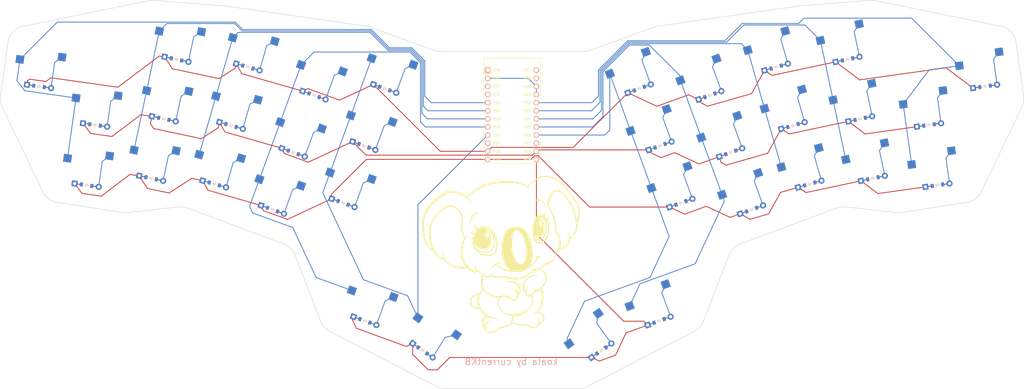
<source format=kicad_pcb>
(kicad_pcb (version 20221018) (generator pcbnew)
  (title_block (title "koala") (rev "v1.0.0") (company "Unknown"))
  (layers (0 "F.Cu" signal) (31 "B.Cu" signal) (34 "B.Paste" user) (35 "F.Paste" user) (36 "B.SilkS" user "B.Silkscreen") (37 "F.SilkS" user "F.Silkscreen") (38 "B.Mask" user) (39 "F.Mask" user) (44 "Edge.Cuts" user))
  (net 0 "")
  (net 1 "P21")
  (net 2 "pinky_bottom")
  (net 3 "pinky_home")
  (net 4 "pinky_top")
  (net 5 "P20")
  (net 6 "ring_bottom")
  (net 7 "ring_home")
  (net 8 "ring_top")
  (net 9 "P19")
  (net 10 "middle_bottom")
  (net 11 "middle_home")
  (net 12 "middle_top")
  (net 13 "P18")
  (net 14 "index_bottom")
  (net 15 "index_home")
  (net 16 "index_top")
  (net 17 "P15")
  (net 18 "inner_bottom")
  (net 19 "inner_home")
  (net 20 "inner_top")
  (net 21 "inner_cluster")
  (net 22 "outer_cluster")
  (net 23 "P2")
  (net 24 "mirror_pinky_bottom")
  (net 25 "mirror_pinky_home")
  (net 26 "mirror_pinky_top")
  (net 27 "P3")
  (net 28 "mirror_ring_bottom")
  (net 29 "mirror_ring_home")
  (net 30 "mirror_ring_top")
  (net 31 "P4")
  (net 32 "mirror_middle_bottom")
  (net 33 "mirror_middle_home")
  (net 34 "mirror_middle_top")
  (net 35 "P5")
  (net 36 "mirror_index_bottom")
  (net 37 "mirror_index_home")
  (net 38 "mirror_index_top")
  (net 39 "P6")
  (net 40 "mirror_inner_bottom")
  (net 41 "mirror_inner_home")
  (net 42 "mirror_inner_top")
  (net 43 "mirror_inner_cluster")
  (net 44 "mirror_outer_cluster")
  (net 45 "P10")
  (net 46 "P8")
  (net 47 "P16")
  (net 48 "P9")
  (net 49 "RAW")
  (net 50 "GND")
  (net 51 "RST")
  (net 52 "VCC")
  (net 53 "P14")
  (net 54 "P1")
  (net 55 "P0")
  (net 56 "P7")
  (footprint "MX" (layer "F.Cu") (at 142.343942 139.78882 -20)
    (fp_text reference "S13" hide)
    (fp_text value "" hide)
  )
  (footprint "ComboDiode" (layer "F.Cu") (at 80.588447 136.785085 -12)
    (fp_text reference "D4" hide)
    (fp_text value "" hide)
  )
  (footprint "ComboDiode" (layer "F.Cu") (at 281.35125 120.247336 16)
    (fp_text reference "D25" hide)
    (fp_text value "" hide)
  )
  (footprint "ComboDiode" (layer "F.Cu") (at 131.566231 110.778062 -20)
    (fp_text reference "D12" hide)
    (fp_text value "" hide)
  )
  (footprint "MX" (layer "F.Cu") (at 61.089385 133.986531 -8)
    (fp_text reference "S1" hide)
    (fp_text value "" hide)
  )
  (footprint "MX" (layer "F.Cu") (at 231.57491 103.986533 20)
    (fp_text reference "S32" hide)
    (fp_text value "" hide)
  )
  (footprint "MX" (layer "F.Cu") (at 149.168767 176.736249 -20)
    (fp_text reference "S16" hide)
    (fp_text value "" hide)
  )
  (footprint "ComboDiode" (layer "F.Cu") (at 239.491159 181.434716 20)
    (fp_text reference "D33" hide)
    (fp_text value "" hide)
  )
  (footprint "MX" (layer "F.Cu") (at 46.20165 103.038377 -8)
    (fp_text reference "S3" hide)
    (fp_text value "" hide)
  )
  (footprint "MX" (layer "F.Cu") (at 89.549437 94.626923 -12)
    (fp_text reference "S6" hide)
    (fp_text value "" hide)
  )
  (footprint "ComboDiode" (layer "F.Cu") (at 239.800494 126.586141 20)
    (fp_text reference "D31" hide)
    (fp_text value "" hide)
  )
  (footprint "MX" (layer "F.Cu") (at 279.973062 115.441021 16)
    (fp_text reference "S25" hide)
    (fp_text value "" hide)
  )
  (footprint "MX" (layer "F.Cu") (at 218.569608 186.610772 35)
    (fp_text reference "S34" hide)
    (fp_text value "" hide)
  )
  (footprint "MX" (layer "F.Cu") (at 253.67349 106.0796 20)
    (fp_text reference "S29" hide)
    (fp_text value "" hide)
  )
  (footprint "ComboDiode" (layer "F.Cu") (at 147.458671 181.434714 -20)
    (fp_text reference "D16" hide)
    (fp_text value "" hide)
  )
  (footprint "MX" (layer "F.Cu") (at 305.321828 131.89435 12)
    (fp_text reference "S21" hide)
    (fp_text value "" hide)
  )
  (footprint "MX" (layer "F.Cu") (at 285.223966 133.753064 16)
    (fp_text reference "S24" hide)
    (fp_text value "" hide)
  )
  (footprint "MX" (layer "F.Cu") (at 274.722176 97.128993 16)
    (fp_text reference "S26" hide)
    (fp_text value "" hide)
  )
  (footprint "MX" (layer "F.Cu") (at 325.860443 133.986529 8)
    (fp_text reference "S18" hide)
    (fp_text value "" hide)
  )
  (footprint "LOGO" (layer "F.Cu") (at 190.082778 160.536163)
    (fp_text reference "G***" hide)
    (fp_text value "LOGO" hide)
  )
  (footprint "ComboDiode" (layer "F.Cu") (at 45.505777 107.989713 -8)
    (fp_text reference "D3" hide)
    (fp_text value "" hide)
  )
  (footprint "MX" (layer "F.Cu") (at 133.276334 106.079604 -20)
    (fp_text reference "S12" hide)
    (fp_text value "" hide)
  )
  (footprint "ComboDiode" (layer "F.Cu") (at 147.149331 126.586144 -20)
    (fp_text reference "D14" hide)
    (fp_text value "" hide)
  )
  (footprint "ComboDiode" (layer "F.Cu") (at 221.437495 190.706535 35)
    (fp_text reference "D34" hide)
    (fp_text value "" hide)
  )
  (footprint "ComboDiode" (layer "F.Cu") (at 306.361377 136.785089 12)
    (fp_text reference "D21" hide)
    (fp_text value "" hide)
  )
  (footprint "MX" (layer "F.Cu") (at 301.361107 113.260636 12)
    (fp_text reference "S22" hide)
    (fp_text value "" hide)
  )
  (footprint "MX" (layer "F.Cu") (at 244.605881 139.788825 20)
    (fp_text reference "S30" hide)
    (fp_text value "" hide)
  )
  (footprint "ComboDiode" (layer "F.Cu") (at 255.383588 110.778068 20)
    (fp_text reference "D29" hide)
    (fp_text value "" hide)
  )
  (footprint "MX" (layer "F.Cu") (at 106.976755 115.441022 -16)
    (fp_text reference "S8" hide)
    (fp_text value "" hide)
  )
  (footprint "MX" (layer "F.Cu") (at 85.588731 113.260643 -12)
    (fp_text reference "S5" hide)
    (fp_text value "" hide)
  )
  (footprint "ComboDiode" (layer "F.Cu") (at 63.044761 120.073262 -8)
    (fp_text reference "D2" hide)
    (fp_text value "" hide)
  )
  (footprint "ComboDiode" (layer "F.Cu") (at 125.05075 128.679211 -20)
    (fp_text reference "D11" hide)
    (fp_text value "" hide)
  )
  (footprint "ComboDiode" (layer "F.Cu") (at 326.556305 138.937872 8)
    (fp_text reference "D18" hide)
    (fp_text value "" hide)
  )
  (footprint "ComboDiode" (layer "F.Cu") (at 341.444043 107.98971 8)
    (fp_text reference "D20" hide)
    (fp_text value "" hide)
  )
  (footprint "MX" (layer "F.Cu") (at 81.628006 131.894348 -12)
    (fp_text reference "S4" hide)
    (fp_text value "" hide)
  )
  (footprint "ProMicro" (layer "F.Cu") (at 193.474909 116.887674 -90)
    (fp_text reference "MCU1" hide)
    (fp_text value "" hide)
  )
  (footprint "ComboDiode" (layer "F.Cu") (at 298.439943 99.517663 12)
    (fp_text reference "D23" hide)
    (fp_text value "" hide)
  )
  (footprint "MX" (layer "F.Cu") (at 101.725862 133.753062 -16)
    (fp_text reference "S7" hide)
    (fp_text value "" hide)
  )
  (footprint "ComboDiode" (layer "F.Cu") (at 286.602143 138.559366 16)
    (fp_text reference "D24" hide)
    (fp_text value "" hide)
  )
  (footprint "MX" (layer "F.Cu") (at 323.2092 115.121928 8)
    (fp_text reference "S19" hide)
    (fp_text value "" hide)
  )
  (footprint "MX" (layer "F.Cu") (at 260.188971 123.980741 20)
    (fp_text reference "S28" hide)
    (fp_text value "" hide)
  )
  (footprint "MX" (layer "F.Cu") (at 297.400393 94.626928 12)
    (fp_text reference "S23" hide)
    (fp_text value "" hide)
  )
  (footprint "ComboDiode" (layer "F.Cu") (at 118.535261 146.580355 -20)
    (fp_text reference "D10" hide)
    (fp_text value "" hide)
  )
  (footprint "MX" (layer "F.Cu") (at 126.760852 123.980744 -20)
    (fp_text reference "S11" hide)
    (fp_text value "" hide)
  )
  (footprint "ComboDiode" (layer "F.Cu") (at 60.393515 138.937876 -8)
    (fp_text reference "D1" hide)
    (fp_text value "" hide)
  )
  (footprint "ComboDiode" (layer "F.Cu") (at 84.549168 118.151376 -12)
    (fp_text reference "D5" hide)
    (fp_text value "" hide)
  )
  (footprint "ComboDiode" (layer "F.Cu") (at 110.849471 101.935302 -16)
    (fp_text reference "D9" hide)
    (fp_text value "" hide)
  )
  (footprint "MX" (layer "F.Cu") (at 238.090399 121.887676 20)
    (fp_text reference "S31" hide)
    (fp_text value "" hide)
  )
  (footprint "MX" (layer "F.Cu") (at 155.374912 103.986531 -20)
    (fp_text reference "S15" hide)
    (fp_text value "" hide)
  )
  (footprint "ComboDiode" (layer "F.Cu") (at 261.899077 128.67921 20)
    (fp_text reference "D28" hide)
    (fp_text value "" hide)
  )
  (footprint "ComboDiode" (layer "F.Cu") (at 276.100357 101.9353 16)
    (fp_text reference "D26" hide)
    (fp_text value "" hide)
  )
  (footprint "ComboDiode" (layer "F.Cu") (at 153.664818 108.685 -20)
    (fp_text reference "D15" hide)
    (fp_text value "" hide)
  )
  (footprint "ComboDiode" (layer "F.Cu") (at 268.414557 146.580357 20)
    (fp_text reference "D27" hide)
    (fp_text value "" hide)
  )
  (footprint "ComboDiode" (layer "F.Cu") (at 165.512331 190.706529 -35)
    (fp_text reference "D17" hide)
    (fp_text value "" hide)
  )
  (footprint "ComboDiode" (layer "F.Cu") (at 233.285015 108.684996 20)
    (fp_text reference "D32" hide)
    (fp_text value "" hide)
  )
  (footprint "ComboDiode" (layer "F.Cu") (at 105.598574 120.247332 -16)
    (fp_text reference "D8" hide)
    (fp_text value "" hide)
  )
  (footprint "ComboDiode" (layer "F.Cu") (at 246.315979 144.487284 20)
    (fp_text reference "D30" hide)
    (fp_text value "" hide)
  )
  (footprint "ComboDiode" (layer "F.Cu") (at 100.347678 138.559367 -16)
    (fp_text reference "D7" hide)
    (fp_text value "" hide)
  )
  (footprint "MX" (layer "F.Cu") (at 168.380214 186.610775 -35)
    (fp_text reference "S17" hide)
    (fp_text value "" hide)
  )
  (footprint "MX" (layer "F.Cu") (at 120.245374 141.881892 -20)
    (fp_text reference "S10" hide)
    (fp_text value "" hide)
  )
  (footprint "ComboDiode" (layer "F.Cu") (at 88.509883 99.517665 -12)
    (fp_text reference "D6" hide)
    (fp_text value "" hide)
  )
  (footprint "MX" (layer "F.Cu") (at 266.704461 141.881889 20)
    (fp_text reference "S27" hide)
    (fp_text value "" hide)
  )
  (footprint "ComboDiode" (layer "F.Cu") (at 140.633846 144.487289 -20)
    (fp_text reference "D13" hide)
    (fp_text value "" hide)
  )
  (footprint "MX" (layer "F.Cu") (at 148.859427 121.88768 -20)
    (fp_text reference "S14" hide)
    (fp_text value "" hide)
  )
  (footprint "ComboDiode" (layer "F.Cu") (at 302.400663 118.151376 12)
    (fp_text reference "D22" hide)
    (fp_text value "" hide)
  )
  (footprint "MX" (layer "F.Cu") (at 112.227657 97.128988 -16)
    (fp_text reference "S9" hide)
    (fp_text value "" hide)
  )
  (footprint "MX" (layer "F.Cu") (at 63.740624 115.121926 -8)
    (fp_text reference "S2" hide)
    (fp_text value "" hide)
  )
  (footprint "MX" (layer "F.Cu") (at 340.74818 103.038373 8)
    (fp_text reference "S20" hide)
    (fp_text value "" hide)
  )
  (footprint "ComboDiode" (layer "F.Cu") (at 323.905064 120.073262 8)
    (fp_text reference "D19" hide)
    (fp_text value "" hide)
  )
  (footprint "MX" (layer "F.Cu") (at 237.781061 176.736252 20)
    (fp_text reference "S33" hide)
    (fp_text value "" hide)
  )
  (gr_line (start 71.598944 147.480935) (end 51.185126 144.282994) (stroke (width 0.15)) (layer "Edge.Cuts"))
  (gr_line (start 261.322427 160.834164) (end 253.371489 181.496827) (stroke (width 0.15)) (layer "Edge.Cuts"))
  (gr_arc (start 33.972365 114.484325) (mid 33.450647 112.80588) (end 33.437672 111.048263) (stroke (width 0.15)) (layer "Edge.Cuts"))
  (gr_line (start 133.578334 181.496826) (end 125.627402 160.834159) (stroke (width 0.15)) (layer "Edge.Cuts"))
  (gr_arc (start 104.141026 82.858754) (mid 104.325511 82.876572) (end 104.509358 82.900083) (stroke (width 0.15)) (layer "Edge.Cuts"))
  (gr_arc (start 147.871483 89.126452) (mid 148.478921 89.245938) (end 149.070812 89.427385) (stroke (width 0.15)) (layer "Edge.Cuts"))
  (gr_line (start 313.749818 147.515436) (end 297.87105 145.724534) (stroke (width 0.15)) (layer "Edge.Cuts"))
  (gr_line (start 89.078772 145.724541) (end 73.200007 147.515431) (stroke (width 0.15)) (layer "Edge.Cuts"))
  (gr_arc (start 315.350869 147.48094) (mid 314.5515 147.551839) (end 313.749818 147.515436) (stroke (width 0.15)) (layer "Edge.Cuts"))
  (gr_arc (start 171.204616 97.098357) (mid 170.162728 97.007211) (end 169.152501 96.736515) (stroke (width 0.15)) (layer "Edge.Cuts"))
  (gr_line (start 250.527858 184.671594) (end 217.035848 201.991496) (stroke (width 0.15)) (layer "Edge.Cuts"))
  (gr_arc (start 340.242999 140.956314) (mid 338.413991 143.171772) (end 335.764703 144.282996) (stroke (width 0.15)) (layer "Edge.Cuts"))
  (gr_line (start 40.541754 89.172274) (end 79.83589 81.128837) (stroke (width 0.15)) (layer "Edge.Cuts"))
  (gr_arc (start 282.440465 82.900083) (mid 282.624311 82.876578) (end 282.808795 82.858754) (stroke (width 0.15)) (layer "Edge.Cuts"))
  (gr_line (start 104.509358 82.900083) (end 147.871483 89.126452) (stroke (width 0.15)) (layer "Edge.Cuts"))
  (gr_line (start 214.279754 202.661964) (end 172.670074 202.661968) (stroke (width 0.15)) (layer "Edge.Cuts"))
  (gr_line (start 352.977458 114.484326) (end 340.243006 140.956303) (stroke (width 0.15)) (layer "Edge.Cuts"))
  (gr_arc (start 217.797331 96.736516) (mid 216.7871 97.007198) (end 215.745213 97.098359) (stroke (width 0.15)) (layer "Edge.Cuts"))
  (gr_line (start 81.523603 81.026546) (end 104.141026 82.858754) (stroke (width 0.15)) (layer "Edge.Cuts"))
  (gr_line (start 33.437672 111.048263) (end 35.803375 94.215345) (stroke (width 0.15)) (layer "Edge.Cuts"))
  (gr_line (start 295.100241 146.065631) (end 264.823794 157.367804) (stroke (width 0.15)) (layer "Edge.Cuts"))
  (gr_line (start 307.113929 81.128834) (end 346.408083 89.172272) (stroke (width 0.15)) (layer "Edge.Cuts"))
  (gr_arc (start 122.126027 157.367807) (mid 124.248944 158.724998) (end 125.627402 160.834159) (stroke (width 0.15)) (layer "Edge.Cuts"))
  (gr_line (start 239.078336 89.126449) (end 282.440465 82.900083) (stroke (width 0.15)) (layer "Edge.Cuts"))
  (gr_arc (start 136.421975 184.671593) (mid 134.708763 183.345211) (end 133.578334 181.496826) (stroke (width 0.15)) (layer "Edge.Cuts"))
  (gr_line (start 335.764704 144.282996) (end 315.35088 147.480934) (stroke (width 0.15)) (layer "Edge.Cuts"))
  (gr_arc (start 305.426227 81.026542) (mid 306.273699 81.017944) (end 307.113929 81.128834) (stroke (width 0.15)) (layer "Edge.Cuts"))
  (gr_arc (start 253.371496 181.496816) (mid 252.241075 183.345209) (end 250.527855 184.67159) (stroke (width 0.15)) (layer "Edge.Cuts"))
  (gr_arc (start 237.879018 89.427383) (mid 238.470905 89.245943) (end 239.078336 89.126449) (stroke (width 0.15)) (layer "Edge.Cuts"))
  (gr_line (start 282.808795 82.858754) (end 305.426227 81.026542) (stroke (width 0.15)) (layer "Edge.Cuts"))
  (gr_arc (start 79.83589 81.128837) (mid 80.676125 81.017941) (end 81.523603 81.026546) (stroke (width 0.15)) (layer "Edge.Cuts"))
  (gr_line (start 149.070812 89.427385) (end 169.152501 96.736515) (stroke (width 0.15)) (layer "Edge.Cuts"))
  (gr_arc (start 217.035844 201.991498) (mid 215.697989 202.491944) (end 214.279754 202.661964) (stroke (width 0.15)) (layer "Edge.Cuts"))
  (gr_arc (start 346.408076 89.172279) (mid 349.577514 90.941914) (end 351.146448 94.215347) (stroke (width 0.15)) (layer "Edge.Cuts"))
  (gr_arc (start 35.803374 94.215349) (mid 37.372294 90.941888) (end 40.541754 89.172274) (stroke (width 0.15)) (layer "Edge.Cuts"))
  (gr_line (start 122.126027 157.367807) (end 91.84958 146.065626) (stroke (width 0.15)) (layer "Edge.Cuts"))
  (gr_line (start 217.797326 96.736515) (end 237.879018 89.427383) (stroke (width 0.15)) (layer "Edge.Cuts"))
  (gr_arc (start 89.078772 145.724541) (mid 90.484287 145.7317) (end 91.84958 146.065626) (stroke (width 0.15)) (layer "Edge.Cuts"))
  (gr_line (start 171.204616 97.098357) (end 215.745213 97.098359) (stroke (width 0.15)) (layer "Edge.Cuts"))
  (gr_arc (start 51.185125 144.282994) (mid 48.53584 143.171768) (end 46.706816 140.956312) (stroke (width 0.15)) (layer "Edge.Cuts"))
  (gr_arc (start 295.100239 146.065627) (mid 296.46553 145.731689) (end 297.871049 145.724537) (stroke (width 0.15)) (layer "Edge.Cuts"))
  (gr_arc (start 73.200007 147.515431) (mid 72.39832 147.551836) (end 71.598944 147.480935) (stroke (width 0.15)) (layer "Edge.Cuts"))
  (gr_line (start 46.706816 140.956312) (end 33.972365 114.484325) (stroke (width 0.15)) (layer "Edge.Cuts"))
  (gr_arc (start 261.322423 160.834165) (mid 262.700899 158.725019) (end 264.823794 157.367804) (stroke (width 0.15)) (layer "Edge.Cuts"))
  (gr_line (start 351.146448 94.215347) (end 353.512155 111.048273) (stroke (width 0.15)) (layer "Edge.Cuts"))
  (gr_arc (start 172.670074 202.661968) (mid 171.251838 202.491937) (end 169.913977 201.991499) (stroke (width 0.15)) (layer "Edge.Cuts"))
  (gr_line (start 169.913977 201.991499) (end 136.421975 184.671593) (stroke (width 0.15)) (layer "Edge.Cuts"))
  (gr_arc (start 353.512155 111.048273) (mid 353.49918 112.805881) (end 352.977458 114.484326) (stroke (width 0.15)) (layer "Edge.Cuts"))
  (gr_text "koala by currentKB" (at 207.990637 195.395521) (layer "B.SilkS") (effects (font (size 2 2) (thickness 0.3)) (justify left bottom mirror)))
  (segment (start 149.443176 90.170901) (end 155.163088 95.890813) (width 0.25) (layer "B.Cu") (net 1))
  (segment (start 41.017912 109.363491) (end 38.607609 106.16492) (width 0.25) (layer "B.Cu") (net 1))
  (segment (start 51.215125 87.861035) (end 106.897171 87.861033) (width 0.25) (layer "B.Cu") (net 1))
  (segment (start 39.539101 99.53705) (end 51.215125 87.861035) (width 0.25) (layer "B.Cu") (net 1))
  (segment (start 106.897171 87.861033) (end 109.207037 90.170895) (width 0.25) (layer "B.Cu") (net 1))
  (segment (start 155.163088 95.890813) (end 162.107463 95.890813) (width 0.25) (layer "B.Cu") (net 1))
  (segment (start 38.607609 106.16492) (end 39.539098 99.537042) (width 0.25) (layer "B.Cu") (net 1))
  (segment (start 166.177503 99.960843) (end 166.177502 111.067897) (width 0.25) (layer "B.Cu") (net 1))
  (segment (start 162.107463 95.890813) (end 166.177503 99.960843) (width 0.25) (layer "B.Cu") (net 1))
  (segment (start 168.187282 113.077672) (end 185.85491 113.077676) (width 0.25) (layer "B.Cu") (net 1))
  (segment (start 109.207037 90.170895) (end 149.443176 90.170901) (width 0.25) (layer "B.Cu") (net 1))
  (segment (start 166.177502 111.067897) (end 168.187282 113.077672) (width 0.25) (layer "B.Cu") (net 1))
  (segment (start 57.078084 111.620597) (end 41.017912 109.363491) (width 0.25) (layer "B.Cu") (net 1))
  (segment (start 54.426835 130.485202) (end 57.078084 111.620597) (width 0.25) (layer "B.Cu") (net 1))
  (segment (start 64.166437 139.468124) (end 62.027458 139.16751) (width 0.25) (layer "F.Cu") (net 2))
  (segment (start 64.166438 139.468119) (end 65.286503 131.498436) (width 0.25) (layer "B.Cu") (net 2))
  (segment (start 64.166438 139.468119) (end 62.027457 139.167512) (width 0.25) (layer "B.Cu") (net 2))
  (segment (start 65.286503 131.498436) (end 67.58154 129.769015) (width 0.25) (layer "B.Cu") (net 2))
  (segment (start 66.817683 120.603511) (end 64.678703 120.302897) (width 0.25) (layer "F.Cu") (net 3))
  (segment (start 66.817684 120.603506) (end 67.937748 112.633837) (width 0.25) (layer "B.Cu") (net 3))
  (segment (start 66.817684 120.603506) (end 64.678712 120.302896) (width 0.25) (layer "B.Cu") (net 3))
  (segment (start 67.937748 112.633837) (end 70.232766 110.904403) (width 0.25) (layer "B.Cu") (net 3))
  (segment (start 49.278698 108.519963) (end 47.13972 108.219349) (width 0.25) (layer "F.Cu") (net 4))
  (segment (start 49.278705 108.519965) (end 50.398776 100.550284) (width 0.25) (layer "B.Cu") (net 4))
  (segment (start 49.278705 108.519965) (end 47.139722 108.219346) (width 0.25) (layer "B.Cu") (net 4))
  (segment (start 50.398776 100.550284) (end 52.693795 98.820862) (width 0.25) (layer "B.Cu") (net 4))
  (segment (start 161.921074 96.340807) (end 165.727507 100.147241) (width 0.25) (layer "B.Cu") (net 5))
  (segment (start 167.177897 115.61768) (end 185.85491 115.61767) (width 0.25) (layer "B.Cu") (net 5))
  (segment (start 149.256782 90.6209) (end 154.976698 96.34081) (width 0.25) (layer "B.Cu") (net 5))
  (segment (start 85.505707 88.311029) (end 106.710776 88.311033) (width 0.25) (layer "B.Cu") (net 5))
  (segment (start 83.147365 90.669375) (end 85.505707 88.311029) (width 0.25) (layer "B.Cu") (net 5))
  (segment (start 106.710776 88.311033) (end 109.02064 90.620898) (width 0.25) (layer "B.Cu") (net 5))
  (segment (start 75.225921 127.936799) (end 79.186644 109.303085) (width 0.25) (layer "B.Cu") (net 5))
  (segment (start 165.727505 114.167283) (end 167.177897 115.61768) (width 0.25) (layer "B.Cu") (net 5))
  (segment (start 154.976698 96.34081) (end 161.921074 96.340807) (width 0.25) (layer "B.Cu") (net 5))
  (segment (start 165.727507 100.147241) (end 165.727505 114.167283) (width 0.25) (layer "B.Cu") (net 5))
  (segment (start 79.186644 109.303085) (end 83.147353 90.66938) (width 0.25) (layer "B.Cu") (net 5))
  (segment (start 109.02064 90.620898) (end 149.256782 90.6209) (width 0.25) (layer "B.Cu") (net 5))
  (segment (start 84.315188 137.577228) (end 82.202389 137.128138) (width 0.25) (layer "F.Cu") (net 6))
  (segment (start 85.988459 129.705101) (end 88.398532 128.139972) (width 0.25) (layer "B.Cu") (net 6))
  (segment (start 84.315183 137.577235) (end 85.988459 129.705101) (width 0.25) (layer "B.Cu") (net 6))
  (segment (start 84.315183 137.577235) (end 82.202381 137.12814) (width 0.25) (layer "B.Cu") (net 6))
  (segment (start 88.275911 118.943519) (end 86.163112 118.49443) (width 0.25) (layer "F.Cu") (net 7))
  (segment (start 88.275902 118.943522) (end 86.163101 118.494426) (width 0.25) (layer "B.Cu") (net 7))
  (segment (start 88.275902 118.943522) (end 89.949176 111.071384) (width 0.25) (layer "B.Cu") (net 7))
  (segment (start 89.949176 111.071384) (end 92.359247 109.506268) (width 0.25) (layer "B.Cu") (net 7))
  (segment (start 92.236625 100.309808) (end 90.123827 99.860718) (width 0.25) (layer "F.Cu") (net 8))
  (segment (start 93.909897 92.437677) (end 96.319975 90.872557) (width 0.25) (layer "B.Cu") (net 8))
  (segment (start 92.236621 100.309805) (end 93.909897 92.437677) (width 0.25) (layer "B.Cu") (net 8))
  (segment (start 92.236621 100.309805) (end 90.123824 99.860729) (width 0.25) (layer "B.Cu") (net 8))
  (segment (start 95.61546 129.358569) (end 100.866347 111.046532) (width 0.25) (layer "B.Cu") (net 9))
  (segment (start 154.790298 96.790811) (end 161.734681 96.790813) (width 0.25) (layer "B.Cu") (net 9))
  (segment (start 165.277502 100.333638) (end 165.277507 116.430676) (width 0.25) (layer "B.Cu") (net 9))
  (segment (start 167.004499 118.157676) (end 185.854907 118.157675) (width 0.25) (layer "B.Cu") (net 9))
  (segment (start 100.866347 111.046532) (end 106.117228 92.734489) (width 0.25) (layer "B.Cu") (net 9))
  (segment (start 149.070385 91.070895) (end 154.790298 96.790811) (width 0.25) (layer "B.Cu") (net 9))
  (segment (start 106.117242 92.73449) (end 107.780839 91.070897) (width 0.25) (layer "B.Cu") (net 9))
  (segment (start 161.734681 96.790813) (end 165.277502 100.333638) (width 0.25) (layer "B.Cu") (net 9))
  (segment (start 165.277507 116.430676) (end 167.004499 118.157676) (width 0.25) (layer "B.Cu") (net 9))
  (segment (start 107.780839 91.070897) (end 149.070385 91.070895) (width 0.25) (layer "B.Cu") (net 9))
  (segment (start 104.010085 139.609545) (end 101.933759 139.014168) (width 0.25) (layer "F.Cu") (net 10))
  (segment (start 106.228426 131.873312) (end 108.741799 130.480127) (width 0.25) (layer "B.Cu") (net 10))
  (segment (start 104.010092 139.609549) (end 106.228426 131.873312) (width 0.25) (layer "B.Cu") (net 10))
  (segment (start 104.010092 139.609549) (end 101.933774 139.014171) (width 0.25) (layer "B.Cu") (net 10))
  (segment (start 109.26098 121.297511) (end 107.184655 120.702134) (width 0.25) (layer "F.Cu") (net 11))
  (segment (start 109.260986 121.297506) (end 107.184653 120.702135) (width 0.25) (layer "B.Cu") (net 11))
  (segment (start 111.479305 113.561278) (end 113.992694 112.168088) (width 0.25) (layer "B.Cu") (net 11))
  (segment (start 109.260986 121.297506) (end 111.479305 113.561278) (width 0.25) (layer "B.Cu") (net 11))
  (segment (start 114.511879 102.985481) (end 112.435553 102.390103) (width 0.25) (layer "F.Cu") (net 12))
  (segment (start 114.511877 102.985481) (end 112.435557 102.390099) (width 0.25) (layer "B.Cu") (net 12))
  (segment (start 114.511877 102.985481) (end 116.730207 95.249246) (width 0.25) (layer "B.Cu") (net 12))
  (segment (start 116.730207 95.249246) (end 119.243578 93.856049) (width 0.25) (layer "B.Cu") (net 12))
  (segment (start 164.827505 100.520031) (end 164.827502 119.088861) (width 0.25) (layer "B.Cu") (net 13))
  (segment (start 166.436316 120.697672) (end 185.854909 120.697674) (width 0.25) (layer "B.Cu") (net 13))
  (segment (start 114.456376 137.071855) (end 120.971858 119.170711) (width 0.25) (layer "B.Cu") (net 13))
  (segment (start 164.827502 119.088861) (end 166.436316 120.697672) (width 0.25) (layer "B.Cu") (net 13))
  (segment (start 112.322162 147.627764) (end 111.363002 145.570836) (width 0.25) (layer "B.Cu") (net 13))
  (segment (start 127.487345 101.26957) (end 131.516103 97.240809) (width 0.25) (layer "B.Cu") (net 13))
  (segment (start 132.174209 167.847728) (end 124.87618 152.197058) (width 0.25) (layer "B.Cu") (net 13))
  (segment (start 161.548279 97.240811) (end 164.827505 100.520031) (width 0.25) (layer "B.Cu") (net 13))
  (segment (start 124.87618 152.197058) (end 112.322162 147.627764) (width 0.25) (layer "B.Cu") (net 13))
  (segment (start 131.516103 97.240809) (end 161.548279 97.240811) (width 0.25) (layer "B.Cu") (net 13))
  (segment (start 143.37977 171.92622) (end 132.174209 167.847728) (width 0.25) (layer "B.Cu") (net 13))
  (segment (start 111.363002 145.570836) (end 114.456376 137.071855) (width 0.25) (layer "B.Cu") (net 13))
  (segment (start 120.971858 119.170711) (end 127.487347 101.269572) (width 0.25) (layer "B.Cu") (net 13))
  (segment (start 122.115491 147.883453) (end 120.085755 147.144688) (width 0.25) (layer "F.Cu") (net 14))
  (segment (start 122.115499 147.88345) (end 124.868069 140.320797) (width 0.25) (layer "B.Cu") (net 14))
  (segment (start 122.115499 147.88345) (end 120.085753 147.144688) (width 0.25) (layer "B.Cu") (net 14))
  (segment (start 124.868069 140.320797) (end 127.472516 139.106337) (width 0.25) (layer "B.Cu") (net 14))
  (segment (start 128.630979 129.982308) (end 126.601244 129.243544) (width 0.25) (layer "F.Cu") (net 15))
  (segment (start 128.630981 129.98231) (end 131.383558 122.419663) (width 0.25) (layer "B.Cu") (net 15))
  (segment (start 128.630981 129.98231) (end 126.601236 129.243541) (width 0.25) (layer "B.Cu") (net 15))
  (segment (start 131.383558 122.419663) (end 133.987993 121.205193) (width 0.25) (layer "B.Cu") (net 15))
  (segment (start 135.14646 112.081158) (end 133.116724 111.342393) (width 0.25) (layer "F.Cu") (net 16))
  (segment (start 137.89905 104.518517) (end 140.503473 103.30405) (width 0.25) (layer "B.Cu") (net 16))
  (segment (start 135.14646 112.081163) (end 133.116725 111.342392) (width 0.25) (layer "B.Cu") (net 16))
  (segment (start 135.14646 112.081163) (end 137.89905 104.518517) (width 0.25) (layer "B.Cu") (net 16))
  (segment (start 134.265817 141.268154) (end 146.982496 168.53915) (width 0.25) (layer "B.Cu") (net 17))
  (segment (start 143.070432 117.077645) (end 149.585915 99.176499) (width 0.25) (layer "B.Cu") (net 17))
  (segment (start 136.554948 134.978801) (end 134.265817 141.268154) (width 0.25) (layer "B.Cu") (net 17))
  (segment (start 164.033406 180.46634) (end 164.033407 145.059181) (width 0.25) (layer "B.Cu") (net 17))
  (segment (start 146.982496 168.53915) (end 160.820248 173.57568) (width 0.25) (layer "B.Cu") (net 17))
  (segment (start 160.820248 173.57568) (end 164.033407 180.466331) (width 0.25) (layer "B.Cu") (net 17))
  (segment (start 136.554948 134.978801) (end 143.070432 117.077645) (width 0.25) (layer "B.Cu") (net 17))
  (segment (start 164.033407 145.059181) (end 185.854909 123.237673) (width 0.25) (layer "B.Cu") (net 17))
  (segment (start 144.214075 145.790386) (end 142.184338 145.051622) (width 0.25) (layer "F.Cu") (net 18))
  (segment (start 144.214072 145.790381) (end 142.18434 145.051619) (width 0.25) (layer "B.Cu") (net 18))
  (segment (start 144.214072 145.790381) (end 146.966654 138.227736) (width 0.25) (layer "B.Cu") (net 18))
  (segment (start 146.966654 138.227736) (end 149.571091 137.013265) (width 0.25) (layer "B.Cu") (net 18))
  (segment (start 150.729559 127.889241) (end 148.699821 127.150478) (width 0.25) (layer "F.Cu") (net 19))
  (segment (start 153.482138 120.326586) (end 156.08657 119.11212) (width 0.25) (layer "B.Cu") (net 19))
  (segment (start 150.729559 127.889237) (end 153.482138 120.326586) (width 0.25) (layer "B.Cu") (net 19))
  (segment (start 150.729559 127.889237) (end 148.699821 127.150472) (width 0.25) (layer "B.Cu") (net 19))
  (segment (start 157.245046 109.988097) (end 155.215309 109.249334) (width 0.25) (layer "F.Cu") (net 20))
  (segment (start 159.997621 102.425451) (end 162.602057 101.210981) (width 0.25) (layer "B.Cu") (net 20))
  (segment (start 157.245041 109.98809) (end 159.997621 102.425451) (width 0.25) (layer "B.Cu") (net 20))
  (segment (start 157.245041 109.98809) (end 155.215305 109.249333) (width 0.25) (layer "B.Cu") (net 20))
  (segment (start 151.0389 182.737811) (end 149.009163 181.999048) (width 0.25) (layer "F.Cu") (net 21))
  (segment (start 153.791473 175.175165) (end 156.395916 173.960697) (width 0.25) (layer "B.Cu") (net 21))
  (segment (start 151.038898 182.737811) (end 149.009165 181.999051) (width 0.25) (layer "B.Cu") (net 21))
  (segment (start 151.038898 182.737811) (end 153.791473 175.175165) (width 0.25) (layer "B.Cu") (net 21))
  (segment (start 166.916592 191.644592) (end 166.863933 191.652929) (width 0.25) (layer "F.Cu") (net 22))
  (segment (start 168.633303 192.891855) (end 166.916592 191.644592) (width 0.25) (layer "F.Cu") (net 22))
  (segment (start 168.633299 192.891858) (end 166.899899 191.808711) (width 0.25) (layer "B.Cu") (net 22))
  (segment (start 168.633299 192.891858) (end 172.556344 186.613684) (width 0.25) (layer "B.Cu") (net 22))
  (segment (start 166.899899 191.808711) (end 166.863934 191.652927) (width 0.25) (layer "B.Cu") (net 22))
  (segment (start 172.556344 186.613684) (end 176.079466 185.800309) (width 0.25) (layer "B.Cu") (net 22))
  (segment (start 284.799781 86.630551) (end 283.122836 88.307495) (width 0.25) (layer "B.Cu") (net 23))
  (segment (start 220.490672 102.847729) (end 220.490671 111.02849) (width 0.25) (layer "B.Cu") (net 23))
  (segment (start 283.122836 88.307495) (end 265.429584 88.307497) (width 0.25) (layer "B.Cu") (net 23))
  (segment (start 318.500042 86.630547) (end 284.799781 86.630551) (width 0.25) (layer "B.Cu") (net 23))
  (segment (start 318.490896 132.457291) (end 315.839647 113.592682) (width 0.25) (layer "B.Cu") (net 23))
  (segment (start 218.441484 113.077676) (end 201.094912 113.077672) (width 0.25) (layer "B.Cu") (net 23))
  (segment (start 315.839647 113.592682) (end 323.946327 102.834758) (width 0.25) (layer "B.Cu") (net 23))
  (segment (start 323.946327 102.834758) (end 333.378627 101.509132) (width 0.25) (layer "B.Cu") (net 23))
  (segment (start 220.490671 111.02849) (end 218.441484 113.077676) (width 0.25) (layer "B.Cu") (net 23))
  (segment (start 333.37863 101.509137) (end 318.500042 86.630547) (width 0.25) (layer "B.Cu") (net 23))
  (segment (start 260.037264 93.69982) (end 229.638587 93.699819) (width 0.25) (layer "B.Cu") (net 23))
  (segment (start 229.638587 93.699819) (end 220.490672 102.847729) (width 0.25) (layer "B.Cu") (net 23))
  (segment (start 265.429584 88.307497) (end 260.037264 93.69982) (width 0.25) (layer "B.Cu") (net 23))
  (segment (start 330.329225 138.407626) (end 328.190248 138.708236) (width 0.25) (layer "F.Cu") (net 24))
  (segment (start 329.20916 130.43795) (end 330.938588 128.142924) (width 0.25) (layer "B.Cu") (net 24))
  (segment (start 330.329226 138.407623) (end 328.19025 138.708232) (width 0.25) (layer "B.Cu") (net 24))
  (segment (start 330.329226 138.407623) (end 329.20916 130.43795) (width 0.25) (layer "B.Cu") (net 24))
  (segment (start 327.67798 119.543013) (end 325.539 119.843627) (width 0.25) (layer "F.Cu") (net 25))
  (segment (start 326.557919 111.573328) (end 328.287341 109.278312) (width 0.25) (layer "B.Cu") (net 25))
  (segment (start 327.677982 119.543012) (end 325.539003 119.843625) (width 0.25) (layer "B.Cu") (net 25))
  (segment (start 327.677982 119.543012) (end 326.557919 111.573328) (width 0.25) (layer "B.Cu") (net 25))
  (segment (start 345.216963 107.459461) (end 343.077983 107.760078) (width 0.25) (layer "F.Cu") (net 26))
  (segment (start 345.216964 107.45946) (end 344.096903 99.489781) (width 0.25) (layer "B.Cu") (net 26))
  (segment (start 343.077992 107.760074) (end 345.216964 107.45946) (width 0.25) (layer "B.Cu") (net 26))
  (segment (start 344.096903 99.489781) (end 345.826324 97.194765) (width 0.25) (layer "B.Cu") (net 26))
  (segment (start 218.338294 115.617677) (end 201.09491 115.617674) (width 0.25) (layer "B.Cu") (net 27))
  (segment (start 289.942121 93.615488) (end 285.084121 88.75749) (width 0.25) (layer "B.Cu") (net 27))
  (segment (start 285.084121 88.75749) (end 265.976055 88.757495) (width 0.25) (layer "B.Cu") (net 27))
  (segment (start 293.902835 112.249198) (end 293.902834 112.249197) (width 0.25) (layer "B.Cu") (net 27))
  (segment (start 220.998671 112.957299) (end 218.338294 115.617677) (width 0.25) (layer "B.Cu") (net 27))
  (segment (start 229.824979 94.149814) (end 220.998666 102.976129) (width 0.25) (layer "B.Cu") (net 27))
  (segment (start 265.976055 88.757495) (end 260.583733 94.149816) (width 0.25) (layer "B.Cu") (net 27))
  (segment (start 220.998666 102.976129) (end 220.998671 112.957299) (width 0.25) (layer "B.Cu") (net 27))
  (segment (start 293.902834 112.249197) (end 289.942121 93.615479) (width 0.25) (layer "B.Cu") (net 27))
  (segment (start 260.583733 94.149816) (end 229.824979 94.149814) (width 0.25) (layer "B.Cu") (net 27))
  (segment (start 297.863558 130.882907) (end 293.902835 112.249198) (width 0.25) (layer "B.Cu") (net 27))
  (segment (start 310.088121 135.992949) (end 307.975322 136.442032) (width 0.25) (layer "F.Cu") (net 28))
  (segment (start 308.414849 128.120814) (end 309.979973 125.710738) (width 0.25) (layer "B.Cu") (net 28))
  (segment (start 310.088122 135.992941) (end 308.414849 128.120814) (width 0.25) (layer "B.Cu") (net 28))
  (segment (start 310.088122 135.992941) (end 307.975323 136.442034) (width 0.25) (layer "B.Cu") (net 28))
  (segment (start 306.127409 117.359231) (end 304.014608 117.808319) (width 0.25) (layer "F.Cu") (net 29))
  (segment (start 306.127405 117.359228) (end 304.454135 109.4871) (width 0.25) (layer "B.Cu") (net 29))
  (segment (start 304.454135 109.4871) (end 306.019257 107.077024) (width 0.25) (layer "B.Cu") (net 29))
  (segment (start 306.127405 117.359228) (end 304.014608 117.808315) (width 0.25) (layer "B.Cu") (net 29))
  (segment (start 302.166686 98.725523) (end 300.053888 99.174609) (width 0.25) (layer "F.Cu") (net 30))
  (segment (start 302.166691 98.725518) (end 300.053893 99.174618) (width 0.25) (layer "B.Cu") (net 30))
  (segment (start 300.49341 90.853391) (end 302.058531 88.443319) (width 0.25) (layer "B.Cu") (net 30))
  (segment (start 302.166691 98.725518) (end 300.49341 90.853391) (width 0.25) (layer "B.Cu") (net 30))
  (segment (start 221.448671 115.504525) (end 218.795521 118.157671) (width 0.25) (layer "B.Cu") (net 31))
  (segment (start 265.171057 94.599818) (end 230.011377 94.599818) (width 0.25) (layer "B.Cu") (net 31))
  (segment (start 221.448674 103.162526) (end 221.448671 115.504525) (width 0.25) (layer "B.Cu") (net 31))
  (segment (start 218.795521 118.157671) (end 201.094913 118.157674) (width 0.25) (layer "B.Cu") (net 31))
  (segment (start 230.011377 94.599818) (end 221.448674 103.162526) (width 0.25) (layer "B.Cu") (net 31))
  (segment (start 267.211518 96.640276) (end 272.462407 114.95231) (width 0.25) (layer "B.Cu") (net 31))
  (segment (start 267.211519 96.640282) (end 265.171057 94.599818) (width 0.25) (layer "B.Cu") (net 31))
  (segment (start 272.462407 114.95231) (end 277.713298 133.264347) (width 0.25) (layer "B.Cu") (net 31))
  (segment (start 290.264552 137.509188) (end 288.188227 138.104566) (width 0.25) (layer "F.Cu") (net 32))
  (segment (start 290.264555 137.509184) (end 288.188231 138.10456) (width 0.25) (layer "B.Cu") (net 32))
  (segment (start 288.046226 129.77296) (end 289.439413 127.259581) (width 0.25) (layer "B.Cu") (net 32))
  (segment (start 290.264555 137.509184) (end 288.046226 129.77296) (width 0.25) (layer "B.Cu") (net 32))
  (segment (start 282.937333 119.792532) (end 285.013655 119.197159) (width 0.25) (layer "F.Cu") (net 33))
  (segment (start 285.013657 119.197157) (end 282.795326 111.460921) (width 0.25) (layer "B.Cu") (net 33))
  (segment (start 285.013657 119.197157) (end 282.93733 119.792532) (width 0.25) (layer "B.Cu") (net 33))
  (segment (start 282.795326 111.460921) (end 284.188522 108.947541) (width 0.25) (layer "B.Cu") (net 33))
  (segment (start 279.762764 100.885121) (end 277.686442 101.480496) (width 0.25) (layer "F.Cu") (net 34))
  (segment (start 279.762773 100.885119) (end 277.686437 101.480494) (width 0.25) (layer "B.Cu") (net 34))
  (segment (start 279.762773 100.885119) (end 277.544438 93.14889) (width 0.25) (layer "B.Cu") (net 34))
  (segment (start 277.544438 93.14889) (end 278.937631 90.635506) (width 0.25) (layer "B.Cu") (net 34))
  (segment (start 221.898673 103.348917) (end 221.898669 117.494122) (width 0.25) (layer "B.Cu") (net 35))
  (segment (start 259.905854 143.918032) (end 250.754401 163.54339) (width 0.25) (layer "B.Cu") (net 35))
  (segment (start 252.662529 124.017136) (end 259.178008 141.918287) (width 0.25) (layer "B.Cu") (net 35))
  (segment (start 230.197775 95.049818) (end 221.898673 103.348917) (width 0.25) (layer "B.Cu") (net 35))
  (segment (start 246.147033 106.115997) (end 246.147035 104.785774) (width 0.25) (layer "B.Cu") (net 35))
  (segment (start 221.898669 117.494122) (end 218.695116 120.697675) (width 0.25) (layer "B.Cu") (net 35))
  (segment (start 259.178008 141.918287) (end 259.178009 141.91829) (width 0.25) (layer "B.Cu") (net 35))
  (segment (start 246.147035 104.785774) (end 236.411078 95.04982) (width 0.25) (layer "B.Cu") (net 35))
  (segment (start 250.754401 163.54339) (end 233.494047 169.825642) (width 0.25) (layer "B.Cu") (net 35))
  (segment (start 259.178009 141.91829) (end 259.905854 143.918032) (width 0.25) (layer "B.Cu") (net 35))
  (segment (start 236.411078 95.04982) (end 230.197775 95.049818) (width 0.25) (layer "B.Cu") (net 35))
  (segment (start 218.695116 120.697675) (end 201.094912 120.697678) (width 0.25) (layer "B.Cu") (net 35))
  (segment (start 246.14704 106.115999) (end 252.662529 124.017136) (width 0.25) (layer "B.Cu") (net 35))
  (segment (start 233.494047 169.825642) (end 230.254604 176.772644) (width 0.25) (layer "B.Cu") (net 35))
  (segment (start 271.994787 145.277262) (end 269.965055 146.016023) (width 0.25) (layer "F.Cu") (net 36))
  (segment (start 271.994783 145.277259) (end 269.242207 137.714621) (width 0.25) (layer "B.Cu") (net 36))
  (segment (start 271.994783 145.277259) (end 269.965049 146.016028) (width 0.25) (layer "B.Cu") (net 36))
  (segment (start 269.242207 137.714621) (end 270.456684 135.110174) (width 0.25) (layer "B.Cu") (net 36))
  (segment (start 265.479307 127.376116) (end 263.44957 128.114879) (width 0.25) (layer "F.Cu") (net 37))
  (segment (start 265.479302 127.376119) (end 263.449568 128.114873) (width 0.25) (layer "B.Cu") (net 37))
  (segment (start 262.726722 119.813459) (end 263.941193 117.209026) (width 0.25) (layer "B.Cu") (net 37))
  (segment (start 265.479302 127.376119) (end 262.726722 119.813459) (width 0.25) (layer "B.Cu") (net 37))
  (segment (start 258.963816 109.474969) (end 256.934085 110.213732) (width 0.25) (layer "F.Cu") (net 38))
  (segment (start 258.963822 109.474969) (end 256.934088 110.213732) (width 0.25) (layer "B.Cu") (net 38))
  (segment (start 256.211242 101.912323) (end 257.425709 99.307877) (width 0.25) (layer "B.Cu") (net 38))
  (segment (start 258.963822 109.474969) (end 256.211242 101.912323) (width 0.25) (layer "B.Cu") (net 38))
  (segment (start 237.07942 139.825215) (end 237.079427 139.825215) (width 0.25) (layer "B.Cu") (net 39))
  (segment (start 230.563941 121.924072) (end 230.563939 121.924071) (width 0.25) (layer "B.Cu") (net 39))
  (segment (start 210.70955 186.946835) (end 211.309039 188.593915) (width 0.25) (layer "B.Cu") (net 39))
  (segment (start 224.048457 104.022923) (end 224.048458 121.687294) (width 0.25) (layer "B.Cu") (net 39))
  (segment (start 242.601488 154.996944) (end 236.614887 167.835239) (width 0.25) (layer "B.Cu") (net 39))
  (segment (start 222.498078 123.237677) (end 201.09491 123.237671) (width 0.25) (layer "B.Cu") (net 39))
  (segment (start 224.048458 121.687294) (end 222.498078 123.237677) (width 0.25) (layer "B.Cu") (net 39))
  (segment (start 230.563939 121.924071) (end 237.07942 139.825215) (width 0.25) (layer "B.Cu") (net 39))
  (segment (start 224.04846 104.022924) (end 230.563941 121.924072) (width 0.25) (layer "B.Cu") (net 39))
  (segment (start 236.614887 167.835239) (end 216.147698 175.284691) (width 0.25) (layer "B.Cu") (net 39))
  (segment (start 216.147698 175.284691) (end 210.70955 186.946835) (width 0.25) (layer "B.Cu") (net 39))
  (segment (start 237.079427 139.825215) (end 242.601488 154.996944) (width 0.25) (layer "B.Cu") (net 39))
  (segment (start 249.89621 143.184184) (end 247.866475 143.922952) (width 0.25) (layer "F.Cu") (net 40))
  (segment (start 249.896205 143.184188) (end 247.866474 143.922949) (width 0.25) (layer "B.Cu") (net 40))
  (segment (start 247.143637 135.621548) (end 248.358099 133.017106) (width 0.25) (layer "B.Cu") (net 40))
  (segment (start 249.896205 143.184188) (end 247.143637 135.621548) (width 0.25) (layer "B.Cu") (net 40))
  (segment (start 243.380723 125.283046) (end 241.350988 126.02181) (width 0.25) (layer "F.Cu") (net 41))
  (segment (start 240.628146 117.720397) (end 241.842618 115.115956) (width 0.25) (layer "B.Cu") (net 41))
  (segment (start 243.380723 125.283048) (end 240.628146 117.720397) (width 0.25) (layer "B.Cu") (net 41))
  (segment (start 243.380723 125.283048) (end 241.350987 126.021811) (width 0.25) (layer "B.Cu") (net 41))
  (segment (start 236.865241 107.381898) (end 234.835507 108.120666) (width 0.25) (layer "F.Cu") (net 42))
  (segment (start 236.865241 107.381896) (end 234.112664 99.819251) (width 0.25) (layer "B.Cu") (net 42))
  (segment (start 236.865241 107.381896) (end 234.835503 108.120661) (width 0.25) (layer "B.Cu") (net 42))
  (segment (start 234.112664 99.819251) (end 235.327138 97.214812) (width 0.25) (layer "B.Cu") (net 42))
  (segment (start 243.07139 180.131614) (end 241.041657 180.870382) (width 0.25) (layer "F.Cu") (net 43))
  (segment (start 243.071389 180.131618) (end 240.31881 172.56897) (width 0.25) (layer "B.Cu") (net 43))
  (segment (start 241.04164 180.870386) (end 243.071389 180.131618) (width 0.25) (layer "B.Cu") (net 43))
  (segment (start 240.31881 172.56897) (end 241.533279 169.964529) (width 0.25) (layer "B.Cu") (net 43))
  (segment (start 224.55847 188.521208) (end 222.841756 189.768471) (width 0.25) (layer "F.Cu") (net 44))
  (segment (start 222.841756 189.768471) (end 222.789097 189.760132) (width 0.25) (layer "F.Cu") (net 44))
  (segment (start 222.789096 189.76013) (end 224.505809 188.512871) (width 0.25) (layer "B.Cu") (net 44))
  (segment (start 219.952932 182.182243) (end 220.441334 179.098643) (width 0.25) (layer "B.Cu") (net 44))
  (segment (start 224.558464 188.521211) (end 219.952932 182.182243) (width 0.25) (layer "B.Cu") (net 44))
  (segment (start 224.505809 188.512871) (end 224.558464 188.521211) (width 0.25) (layer "B.Cu") (net 44))
  (segment (start 79.426123 139.941797) (end 86.202076 141.38207) (width 0.25) (layer "F.Cu") (net 45))
  (segment (start 242.735752 145.790376) (end 217.726511 145.790379) (width 0.25) (layer "F.Cu") (net 45))
  (segment (start 96.685275 137.509188) (end 98.352247 140.516489) (width 0.25) (layer "F.Cu") (net 45))
  (segment (start 307.916644 141.557512) (end 302.634636 137.577227) (width 0.25) (layer "F.Cu") (net 45))
  (segment (start 115.71856 146.914645) (end 123.207909 149.640548) (width 0.25) (layer "F.Cu") (net 45))
  (segment (start 123.207909 149.640548) (end 137.053615 143.184189) (width 0.25) (layer "F.Cu") (net 45))
  (segment (start 58.96975 141.525063) (end 56.620592 138.407624) (width 0.25) (layer "F.Cu") (net 45))
  (segment (start 324.922361 139.167509) (end 322.783387 139.468119) (width 0.25) (layer "F.Cu") (net 45))
  (segment (start 137.053617 141.729019) (end 147.924959 130.857675) (width 0.25) (layer "F.Cu") (net 45))
  (segment (start 199.396017 130.857679) (end 185.854908 130.857674) (width 0.25) (layer "F.Cu") (net 45))
  (segment (start 98.761597 138.104566) (end 96.685271 137.509188) (width 0.25) (layer "F.Cu") (net 45))
  (segment (start 267.932043 149.600548) (end 264.834328 147.883458) (width 0.25) (layer "F.Cu") (net 45))
  (segment (start 277.489652 141.172333) (end 273.741154 147.934811) (width 0.25) (layer "F.Cu") (net 45))
  (segment (start 93.280283 136.785435) (end 96.685275 137.509188) (width 0.25) (layer "F.Cu") (net 45))
  (segment (start 200.597315 129.656376) (end 199.396017 130.857679) (width 0.25) (layer "F.Cu") (net 45))
  (segment (start 322.783385 139.468122) (end 307.916644 141.557512) (width 0.25) (layer "F.Cu") (net 45))
  (segment (start 264.834328 147.883458) (end 261.693556 149.026603) (width 0.25) (layer "F.Cu") (net 45))
  (segment (start 285.438636 141.23235) (end 282.939741 139.609543) (width 0.25) (layer "F.Cu") (net 45))
  (segment (start 147.924959 130.857675) (end 185.854908 130.857674) (width 0.25) (layer "F.Cu") (net 45))
  (segment (start 273.741154 147.934811) (end 267.932043 149.600548) (width 0.25) (layer "F.Cu") (net 45))
  (segment (start 139.083353 143.922958) (end 137.053617 143.184192) (width 0.25) (layer "F.Cu") (net 45))
  (segment (start 201.592505 129.656377) (end 200.597315 129.656376) (width 0.25) (layer "F.Cu") (net 45))
  (segment (start 58.759574 138.708238) (end 56.620595 138.407624) (width 0.25) (layer "F.Cu") (net 45))
  (segment (start 304.747434 137.128143) (end 302.634633 137.57723) (width 0.25) (layer "F.Cu") (net 45))
  (segment (start 78.974503 136.44203) (end 76.861704 135.992942) (width 0.25) (layer "F.Cu") (net 45))
  (segment (start 98.352247 140.516489) (end 114.955035 145.277265) (width 0.25) (layer "F.Cu") (net 45))
  (segment (start 261.693556 149.026603) (end 254.229212 145.54592) (width 0.25) (layer "F.Cu") (net 45))
  (segment (start 254.229212 145.54592) (end 247.479722 148.002535) (width 0.25) (layer "F.Cu") (net 45))
  (segment (start 86.202076 141.38207) (end 93.280283 136.785435) (width 0.25) (layer "F.Cu") (net 45))
  (segment (start 64.958317 142.366702) (end 58.96975 141.525063) (width 0.25) (layer "F.Cu") (net 45))
  (segment (start 244.765489 145.051615) (end 242.735754 145.79038) (width 0.25) (layer "F.Cu") (net 45))
  (segment (start 73.958111 135.584868) (end 64.958317 142.366702) (width 0.25) (layer "F.Cu") (net 45))
  (segment (start 137.053616 143.184191) (end 137.053617 141.729019) (width 0.25) (layer "F.Cu") (net 45))
  (segment (start 266.864063 147.144692) (end 264.834328 147.883457) (width 0.25) (layer "F.Cu") (net 45))
  (segment (start 302.634634 137.577225) (end 285.438636 141.23235) (width 0.25) (layer "F.Cu") (net 45))
  (segment (start 285.016064 139.014169) (end 282.939742 139.609544) (width 0.25) (layer "F.Cu") (net 45))
  (segment (start 217.726511 145.790379) (end 201.592505 129.656377) (width 0.25) (layer "F.Cu") (net 45))
  (segment (start 247.479722 148.002535) (end 242.735752 145.790376) (width 0.25) (layer "F.Cu") (net 45))
  (segment (start 116.98477 146.016022) (end 114.955033 145.277258) (width 0.25) (layer "F.Cu") (net 45))
  (segment (start 76.861706 135.992941) (end 79.426123 139.941797) (width 0.25) (layer "F.Cu") (net 45))
  (segment (start 76.861706 135.992941) (end 73.958111 135.584868) (width 0.25) (layer "F.Cu") (net 45))
  (segment (start 282.939742 139.609544) (end 277.489652 141.172333) (width 0.25) (layer "F.Cu") (net 45))
  (segment (start 114.955035 145.277265) (end 115.71856 146.914645) (width 0.25) (layer "F.Cu") (net 45))
  (segment (start 244.765484 145.051617) (end 242.73575 145.790375) (width 0.25) (layer "B.Cu") (net 45))
  (segment (start 58.759565 138.708231) (end 56.620588 138.407622) (width 0.25) (layer "B.Cu") (net 45))
  (segment (start 285.016059 139.014168) (end 282.939743 139.609541) (width 0.25) (layer "B.Cu") (net 45))
  (segment (start 139.083339 143.922952) (end 137.053615 143.184191) (width 0.25) (layer "B.Cu") (net 45))
  (segment (start 324.922369 139.167504) (end 322.783385 139.468122) (width 0.25) (layer "B.Cu") (net 45))
  (segment (start 116.984776 146.016025) (end 114.955034 145.277263) (width 0.25) (layer "B.Cu") (net 45))
  (segment (start 78.974502 136.442032) (end 76.861702 135.992946) (width 0.25) (layer "B.Cu") (net 45))
  (segment (start 98.761597 138.104572) (end 96.68527 137.509192) (width 0.25) (layer "B.Cu") (net 45))
  (segment (start 304.747434 137.128143) (end 302.634636 137.577227) (width 0.25) (layer "B.Cu") (net 45))
  (segment (start 266.864066 147.144693) (end 264.834331 147.883454) (width 0.25) (layer "B.Cu") (net 45))
  (segment (start 80.341299 119.622746) (end 81.362081 121.19461) (width 0.25) (layer "F.Cu") (net 46))
  (segment (start 236.48464 128.615599) (end 236.220267 127.889238) (width 0.25) (layer "F.Cu") (net 46))
  (segment (start 279.765164 120.702139) (end 277.688842 121.297515) (width 0.25) (layer "F.Cu") (net 46))
  (segment (start 81.362081 121.19461) (end 96.293531 124.368388) (width 0.25) (layer "F.Cu") (net 46))
  (segment (start 68.318082 123.677754) (end 61.685126 122.745553) (width 0.25) (layer "F.Cu") (net 46))
  (segment (start 300.786729 118.494426) (end 298.673922 118.943522) (width 0.25) (layer "F.Cu") (net 46))
  (segment (start 129.723398 131.739402) (end 143.569104 125.283047) (width 0.25) (layer "F.Cu") (net 46))
  (segment (start 322.271115 120.302898) (end 320.132141 120.60351) (width 0.25) (layer "F.Cu") (net 46))
  (segment (start 236.220265 127.88924) (end 201.523348 127.889238) (width 0.25) (layer "F.Cu") (net 46))
  (segment (start 258.318852 129.982307) (end 251.974924 132.291305) (width 0.25) (layer "F.Cu") (net 46))
  (segment (start 298.67392 118.943519) (end 280.132708 122.884574) (width 0.25) (layer "F.Cu") (net 46))
  (segment (start 101.564582 120.945335) (end 101.936168 119.197157) (width 0.25) (layer "F.Cu") (net 46))
  (segment (start 61.410818 119.843626) (end 59.27184 119.543013) (width 0.25) (layer "F.Cu") (net 46))
  (segment (start 96.293531 124.368388) (end 101.564582 120.945335) (width 0.25) (layer "F.Cu") (net 46))
  (segment (start 82.935226 117.808321) (end 80.822426 117.359232) (width 0.25) (layer "F.Cu") (net 46))
  (segment (start 122.234047 129.0135) (end 129.723398 131.739402) (width 0.25) (layer "F.Cu") (net 46))
  (segment (start 273.463887 128.919539) (end 260.418149 132.660348) (width 0.25) (layer "F.Cu") (net 46))
  (segment (start 303.903514 122.884301) (end 298.67392 118.943519) (width 0.25) (layer "F.Cu") (net 46))
  (segment (start 145.598836 126.021811) (end 143.5691 125.283048) (width 0.25) (layer "F.Cu") (net 46))
  (segment (start 240.086285 130.295076) (end 236.48464 128.615599) (width 0.25) (layer "F.Cu") (net 46))
  (segment (start 123.500257 128.114876) (end 121.470522 127.376113) (width 0.25) (layer "F.Cu") (net 46))
  (segment (start 251.974924 132.291305) (end 244.358994 128.739934) (width 0.25) (layer "F.Cu") (net 46))
  (segment (start 320.132145 120.603515) (end 303.903514 122.884301) (width 0.25) (layer "F.Cu") (net 46))
  (segment (start 277.688843 121.297515) (end 273.463887 128.919539) (width 0.25) (layer "F.Cu") (net 46))
  (segment (start 80.822424 117.359234) (end 77.350559 116.871289) (width 0.25) (layer "F.Cu") (net 46))
  (segment (start 143.569101 125.283044) (end 147.80503 129.518975) (width 0.25) (layer "F.Cu") (net 46))
  (segment (start 103.634952 122.261849) (end 121.470518 127.376115) (width 0.25) (layer "F.Cu") (net 46))
  (segment (start 260.348586 129.243542) (end 258.318853 129.982303) (width 0.25) (layer "F.Cu") (net 46))
  (segment (start 201.523348 127.889238) (end 201.094909 128.317672) (width 0.25) (layer "F.Cu") (net 46))
  (segment (start 199.893615 129.518974) (end 201.094909 128.317672) (width 0.25) (layer "F.Cu") (net 46))
  (segment (start 280.132708 122.884574) (end 277.688842 121.297517) (width 0.25) (layer "F.Cu") (net 46))
  (segment (start 260.418149 132.660348) (end 258.835152 131.782873) (width 0.25) (layer "F.Cu") (net 46))
  (segment (start 61.685126 122.745553) (end 59.271838 119.543011) (width 0.25) (layer "F.Cu") (net 46))
  (segment (start 77.350559 116.871289) (end 68.318082 123.677754) (width 0.25) (layer "F.Cu") (net 46))
  (segment (start 238.250003 127.150473) (end 236.220266 127.889237) (width 0.25) (layer "F.Cu") (net 46))
  (segment (start 121.470518 127.376115) (end 122.234047 129.0135) (width 0.25) (layer "F.Cu") (net 46))
  (segment (start 80.822424 117.359234) (end 80.341299 119.622746) (width 0.25) (layer "F.Cu") (net 46))
  (segment (start 147.80503 129.518975) (end 199.893615 129.518974) (width 0.25) (layer "F.Cu") (net 46))
  (segment (start 101.936168 119.197157) (end 103.634952 122.261849) (width 0.25) (layer "F.Cu") (net 46))
  (segment (start 258.835152 131.782873) (end 258.318852 129.982307) (width 0.25) (layer "F.Cu") (net 46))
  (segment (start 104.012491 119.792531) (end 101.936167 119.197154) (width 0.25) (layer "F.Cu") (net 46))
  (segment (start 244.358994 128.739934) (end 240.086285 130.295076) (width 0.25) (layer "F.Cu") (net 46))
  (segment (start 279.765174 120.702133) (end 277.68884 121.297515) (width 0.25) (layer "B.Cu") (net 46))
  (segment (start 123.500258 128.114876) (end 121.470515 127.376112) (width 0.25) (layer "B.Cu") (net 46))
  (segment (start 300.786722 118.494429) (end 298.67392 118.943519) (width 0.25) (layer "B.Cu") (net 46))
  (segment (start 322.271117 120.302896) (end 320.132145 120.603515) (width 0.25) (layer "B.Cu") (net 46))
  (segment (start 61.410822 119.843624) (end 59.271841 119.543013) (width 0.25) (layer "B.Cu") (net 46))
  (segment (start 260.348586 129.243534) (end 258.318849 129.982304) (width 0.25) (layer "B.Cu") (net 46))
  (segment (start 145.598831 126.021807) (end 143.569098 125.283044) (width 0.25) (layer "B.Cu") (net 46))
  (segment (start 238.249999 127.150475) (end 236.220265 127.889239) (width 0.25) (layer "B.Cu") (net 46))
  (segment (start 104.012488 119.792529) (end 101.936166 119.197151) (width 0.25) (layer "B.Cu") (net 46))
  (segment (start 82.935223 117.808321) (end 80.822422 117.359231) (width 0.25) (layer "B.Cu") (net 46))
  (segment (start 212.576503 127.116376) (end 187.05621 127.11638) (width 0.25) (layer "F.Cu") (net 47))
  (segment (start 171.020361 128.317674) (end 185.854909 128.317677) (width 0.25) (layer "F.Cu") (net 47))
  (segment (start 253.833097 111.342401) (end 251.80336 112.081164) (width 0.25) (layer "F.Cu") (net 47))
  (segment (start 296.825999 99.860719) (end 294.7132 100.309808) (width 0.25) (layer "F.Cu") (net 47))
  (segment (start 152.114326 108.120666) (end 150.084588 107.381902) (width 0.25) (layer "F.Cu") (net 47))
  (segment (start 87.206611 102.457344) (end 101.805627 105.560457) (width 0.25) (layer "F.Cu") (net 47))
  (segment (start 251.803357 112.081161) (end 248.688801 110.62882) (width 0.25) (layer "F.Cu") (net 47))
  (segment (start 294.713198 100.309804) (end 274.826782 104.536798) (width 0.25) (layer "F.Cu") (net 47))
  (segment (start 139.527064 112.304949) (end 150.08459 107.381904) (width 0.25) (layer "F.Cu") (net 47))
  (segment (start 106.895939 102.254769) (end 107.187062 100.885121) (width 0.25) (layer "F.Cu") (net 47))
  (segment (start 84.783139 98.725517) (end 83.11513 98.491094) (width 0.25) (layer "F.Cu") (net 47))
  (segment (start 70.16838 108.247177) (end 49.221373 105.303268) (width 0.25) (layer "F.Cu") (net 47))
  (segment (start 101.805627 105.560457) (end 106.895939 102.254769) (width 0.25) (layer "F.Cu") (net 47))
  (segment (start 272.437951 102.985477) (end 268.413563 110.245672) (width 0.25) (layer "F.Cu") (net 47))
  (segment (start 86.895939 99.174609) (end 84.783141 98.725521) (width 0.25) (layer "F.Cu") (net 47))
  (segment (start 238.79854 114.228579) (end 229.704779 109.988094) (width 0.25) (layer "F.Cu") (net 47))
  (segment (start 41.905597 106.230374) (end 41.732862 107.459464) (width 0.25) (layer "F.Cu") (net 47))
  (segment (start 43.871834 107.760078) (end 41.732856 107.459464) (width 0.25) (layer "F.Cu") (net 47))
  (segment (start 127.986005 109.474969) (end 129.636803 108.705192) (width 0.25) (layer "F.Cu") (net 47))
  (segment (start 274.826782 104.536798) (end 272.437954 102.985475) (width 0.25) (layer "F.Cu") (net 47))
  (segment (start 337.671125 108.519956) (end 329.224435 102.154927) (width 0.25) (layer "F.Cu") (net 47))
  (segment (start 248.688801 110.62882) (end 238.79854 114.228579) (width 0.25) (layer "F.Cu") (net 47))
  (segment (start 187.05621 127.11638) (end 185.854909 128.317677) (width 0.25) (layer "F.Cu") (net 47))
  (segment (start 47.690598 106.456779) (end 42.561701 105.735962) (width 0.25) (layer "F.Cu") (net 47))
  (segment (start 229.704782 109.988095) (end 212.576503 127.116376) (width 0.25) (layer "F.Cu") (net 47))
  (segment (start 150.084589 107.381905) (end 171.020361 128.317674) (width 0.25) (layer "F.Cu") (net 47))
  (segment (start 252.004053 112.781059) (end 251.803357 112.081161) (width 0.25) (layer "F.Cu") (net 47))
  (segment (start 108.917668 104.007212) (end 127.986005 109.474969) (width 0.25) (layer "F.Cu") (net 47))
  (segment (start 339.8101 108.219346) (end 337.67112 108.519961) (width 0.25) (layer "F.Cu") (net 47))
  (segment (start 109.263389 101.4805) (end 107.187065 100.885124) (width 0.25) (layer "F.Cu") (net 47))
  (segment (start 130.015737 110.213729) (end 127.986003 109.474966) (width 0.25) (layer "F.Cu") (net 47))
  (segment (start 268.413563 110.245672) (end 254.584098 114.211208) (width 0.25) (layer "F.Cu") (net 47))
  (segment (start 274.514275 102.390102) (end 272.437951 102.985477) (width 0.25) (layer "F.Cu") (net 47))
  (segment (start 42.561701 105.735962) (end 41.905597 106.230374) (width 0.25) (layer "F.Cu") (net 47))
  (segment (start 231.734524 109.249328) (end 229.704781 109.988094) (width 0.25) (layer "F.Cu") (net 47))
  (segment (start 329.224435 102.154927) (end 302.201619 105.952733) (width 0.25) (layer "F.Cu") (net 47))
  (segment (start 302.201619 105.952733) (end 294.713198 100.309804) (width 0.25) (layer "F.Cu") (net 47))
  (segment (start 84.783139 98.725517) (end 87.206611 102.457344) (width 0.25) (layer "F.Cu") (net 47))
  (segment (start 107.187062 100.885121) (end 108.917668 104.007212) (width 0.25) (layer "F.Cu") (net 47))
  (segment (start 49.221373 105.303268) (end 47.690598 106.456779) (width 0.25) (layer "F.Cu") (net 47))
  (segment (start 83.11513 98.491094) (end 70.16838 108.247177) (width 0.25) (layer "F.Cu") (net 47))
  (segment (start 254.584098 114.211208) (end 252.004053 112.781059) (width 0.25) (layer "F.Cu") (net 47))
  (segment (start 129.636803 108.705192) (end 139.527064 112.304949) (width 0.25) (layer "F.Cu") (net 47))
  (segment (start 130.015745 110.213733) (end 127.986006 109.474969) (width 0.25) (layer "B.Cu") (net 47))
  (segment (start 296.825998 99.860719) (end 294.713201 100.309807) (width 0.25) (layer "B.Cu") (net 47))
  (segment (start 253.833101 111.342399) (end 251.803357 112.081161) (width 0.25) (layer "B.Cu") (net 47))
  (segment (start 43.871837 107.760079) (end 41.732858 107.459461) (width 0.25) (layer "B.Cu") (net 47))
  (segment (start 337.671125 108.519956) (end 339.810103 108.219348) (width 0.25) (layer "B.Cu") (net 47))
  (segment (start 231.734523 109.249327) (end 229.704781 109.988095) (width 0.25) (layer "B.Cu") (net 47))
  (segment (start 86.895932 99.174606) (end 84.783143 98.725513) (width 0.25) (layer "B.Cu") (net 47))
  (segment (start 274.514284 102.390096) (end 272.437952 102.985475) (width 0.25) (layer "B.Cu") (net 47))
  (segment (start 109.263389 101.480497) (end 107.187057 100.885118) (width 0.25) (layer "B.Cu") (net 47))
  (segment (start 152.114316 108.120664) (end 150.084583 107.381901) (width 0.25) (layer "B.Cu") (net 47))
  (segment (start 201.094908 154.259029) (end 201.094908 130.857678) (width 0.25) (layer "F.Cu") (net 48))
  (segment (start 234.725405 181.552284) (end 228.388167 181.552286) (width 0.25) (layer "F.Cu") (net 48))
  (segment (start 235.910932 182.737813) (end 234.725405 181.552284) (width 0.25) (layer "F.Cu") (net 48))
  (segment (start 167.224272 196.754128) (end 162.391359 191.921221) (width 0.25) (layer "F.Cu") (net 48))
  (segment (start 173.990824 192.891857) (end 170.128554 196.754133) (width 0.25) (layer "F.Cu") (net 48))
  (segment (start 145.908177 180.870382) (end 143.878441 180.131618) (width 0.25) (layer "F.Cu") (net 48))
  (segment (start 160.409074 189.44556) (end 144.768791 183.75296) (width 0.25) (layer "F.Cu") (net 48))
  (segment (start 162.391359 191.921221) (end 162.391364 188.521204) (width 0.25) (layer "F.Cu") (net 48))
  (segment (start 237.94067 181.999044) (end 235.91093 182.737813) (width 0.25) (layer "F.Cu") (net 48))
  (segment (start 228.388167 181.552286) (end 201.094908 154.259029) (width 0.25) (layer "F.Cu") (net 48))
  (segment (start 225.881726 192.148084) (end 220.737078 194.020577) (width 0.25) (layer "F.Cu") (net 48))
  (segment (start 229.11667 185.210722) (end 225.881726 192.148084) (width 0.25) (layer "F.Cu") (net 48))
  (segment (start 143.528482 181.09311) (end 143.878439 180.131621) (width 0.25) (layer "F.Cu") (net 48))
  (segment (start 218.316527 192.89186) (end 173.990824 192.891857) (width 0.25) (layer "F.Cu") (net 48))
  (segment (start 162.391363 188.521203) (end 160.409074 189.44556) (width 0.25) (layer "F.Cu") (net 48))
  (segment (start 144.768791 183.75296) (end 143.528482 181.09311) (width 0.25) (layer "F.Cu") (net 48))
  (segment (start 164.160734 189.760125) (end 162.44402 188.512863) (width 0.25) (layer "F.Cu") (net 48))
  (segment (start 218.369182 192.900199) (end 218.316526 192.891859) (width 0.25) (layer "F.Cu") (net 48))
  (segment (start 220.737078 194.020577) (end 218.316529 192.891865) (width 0.25) (layer "F.Cu") (net 48))
  (segment (start 162.44402 188.512863) (end 162.391366 188.521201) (width 0.25) (layer "F.Cu") (net 48))
  (segment (start 170.128554 196.754133) (end 167.224272 196.754128) (width 0.25) (layer "F.Cu") (net 48))
  (segment (start 220.085895 191.652934) (end 218.369182 192.900199) (width 0.25) (layer "F.Cu") (net 48))
  (segment (start 235.910928 182.737815) (end 229.11667 185.210722) (width 0.25) (layer "F.Cu") (net 48))
  (segment (start 164.160734 189.760129) (end 162.427327 188.676976) (width 0.25) (layer "B.Cu") (net 48))
  (segment (start 162.427327 188.676976) (end 162.391364 188.521206) (width 0.25) (layer "B.Cu") (net 48))
  (segment (start 218.316527 192.891857) (end 220.033234 191.644591) (width 0.25) (layer "B.Cu") (net 48))
  (segment (start 145.908174 180.870381) (end 143.878441 180.131618) (width 0.25) (layer "B.Cu") (net 48))
  (segment (start 220.033234 191.644591) (end 220.085889 191.652933) (width 0.25) (layer "B.Cu") (net 48))
  (segment (start 235.91093 182.737816) (end 237.940668 181.999048) (width 0.25) (layer "B.Cu") (net 48))
  (segment (start 185.854911 105.457674) (end 198.554908 105.457675) (width 0.25) (layer "B.Cu") (net 50))
  (segment (start 198.554908 105.457675) (end 201.094911 107.997672) (width 0.25) (layer "B.Cu") (net 50))
  (segment (start 201.094911 107.997672) (end 201.094911 110.537674) (width 0.25) (layer "B.Cu") (net 50))
)
</source>
